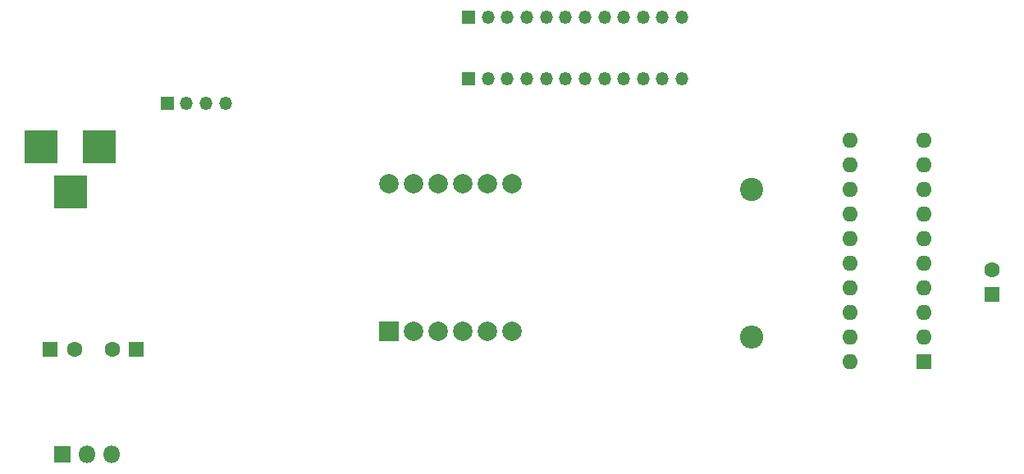
<source format=gbr>
G04 #@! TF.FileFunction,Copper,L2,Bot,Signal*
%FSLAX46Y46*%
G04 Gerber Fmt 4.6, Leading zero omitted, Abs format (unit mm)*
G04 Created by KiCad (PCBNEW 4.0.7) date Fri Nov 23 17:56:45 2018*
%MOMM*%
%LPD*%
G01*
G04 APERTURE LIST*
%ADD10C,0.100000*%
%ADD11R,1.800000X1.800000*%
%ADD12O,1.800000X1.800000*%
%ADD13R,3.500000X3.500000*%
%ADD14R,2.032000X2.032000*%
%ADD15C,2.000000*%
%ADD16R,1.600000X1.600000*%
%ADD17C,1.600000*%
%ADD18C,2.400000*%
%ADD19O,2.400000X2.400000*%
%ADD20O,1.600000X1.600000*%
%ADD21R,1.350000X1.350000*%
%ADD22O,1.350000X1.350000*%
G04 APERTURE END LIST*
D10*
D11*
X127000000Y-120650000D03*
D12*
X129540000Y-120650000D03*
X132080000Y-120650000D03*
D13*
X130810000Y-88900000D03*
X124810000Y-88900000D03*
X127810000Y-93600000D03*
D14*
X160655000Y-107950000D03*
D15*
X163195000Y-107950000D03*
X165735000Y-107950000D03*
X168275000Y-107950000D03*
X170815000Y-107950000D03*
X173355000Y-107950000D03*
X168275000Y-92710000D03*
X170815000Y-92710000D03*
X160655000Y-92710000D03*
X163195000Y-92710000D03*
X173355000Y-92710000D03*
X165735000Y-92710000D03*
D16*
X125730000Y-109855000D03*
D17*
X128230000Y-109855000D03*
D16*
X222885000Y-104140000D03*
D17*
X222885000Y-101640000D03*
D16*
X134620000Y-109855000D03*
D17*
X132120000Y-109855000D03*
D18*
X198120000Y-93345000D03*
D19*
X198120000Y-108585000D03*
D16*
X215900000Y-111125000D03*
D20*
X208280000Y-88265000D03*
X215900000Y-108585000D03*
X208280000Y-90805000D03*
X215900000Y-106045000D03*
X208280000Y-93345000D03*
X215900000Y-103505000D03*
X208280000Y-95885000D03*
X215900000Y-100965000D03*
X208280000Y-98425000D03*
X215900000Y-98425000D03*
X208280000Y-100965000D03*
X215900000Y-95885000D03*
X208280000Y-103505000D03*
X215900000Y-93345000D03*
X208280000Y-106045000D03*
X215900000Y-90805000D03*
X208280000Y-108585000D03*
X215900000Y-88265000D03*
X208280000Y-111125000D03*
D21*
X168910000Y-81915000D03*
D22*
X170910000Y-81915000D03*
X172910000Y-81915000D03*
X174910000Y-81915000D03*
X176910000Y-81915000D03*
X178910000Y-81915000D03*
X180910000Y-81915000D03*
X182910000Y-81915000D03*
X184910000Y-81915000D03*
X186910000Y-81915000D03*
X188910000Y-81915000D03*
X190910000Y-81915000D03*
D21*
X168910000Y-75565000D03*
D22*
X170910000Y-75565000D03*
X172910000Y-75565000D03*
X174910000Y-75565000D03*
X176910000Y-75565000D03*
X178910000Y-75565000D03*
X180910000Y-75565000D03*
X182910000Y-75565000D03*
X184910000Y-75565000D03*
X186910000Y-75565000D03*
X188910000Y-75565000D03*
X190910000Y-75565000D03*
D21*
X137795000Y-84455000D03*
D22*
X139795000Y-84455000D03*
X141795000Y-84455000D03*
X143795000Y-84455000D03*
M02*

</source>
